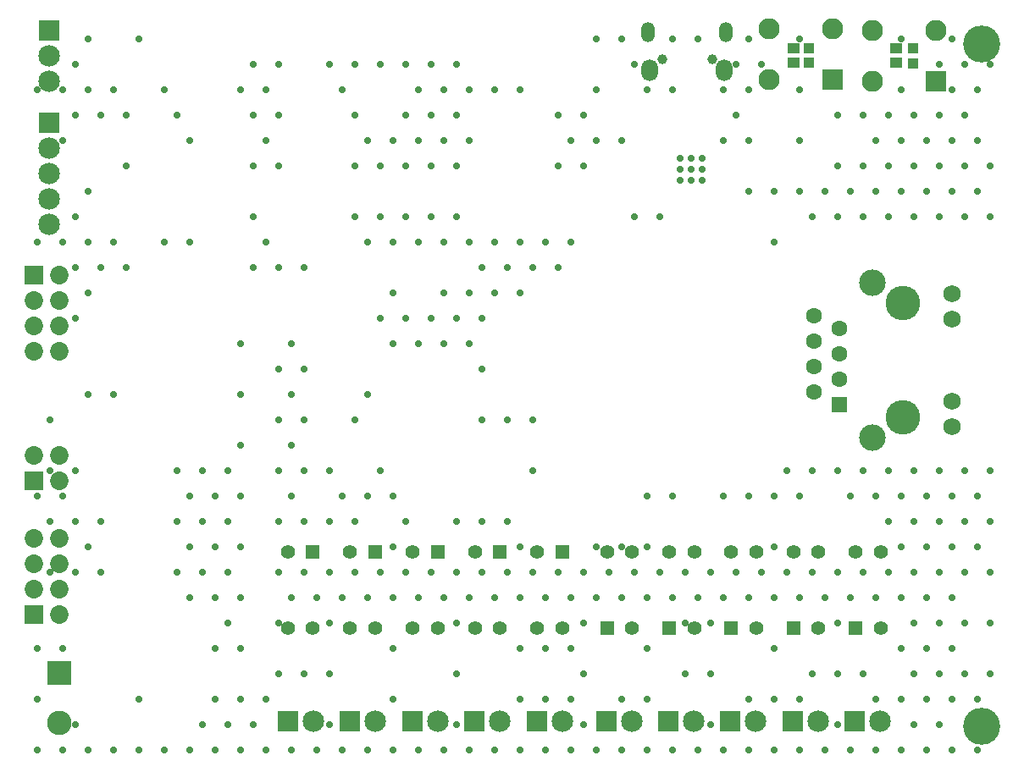
<source format=gbs>
G04*
G04 #@! TF.GenerationSoftware,Altium Limited,Altium Designer,22.11.1 (43)*
G04*
G04 Layer_Color=16711935*
%FSLAX44Y44*%
%MOMM*%
G71*
G04*
G04 #@! TF.SameCoordinates,F8BDC5C1-D14C-489C-B73B-B84716E4099B*
G04*
G04*
G04 #@! TF.FilePolarity,Negative*
G04*
G01*
G75*
%ADD56R,1.0032X1.0032*%
%ADD87R,1.1532X1.0032*%
%ADD91C,2.1532*%
%ADD92R,2.1532X2.1532*%
%ADD93C,1.4032*%
%ADD94R,1.4032X1.4032*%
%ADD95R,2.1532X2.1532*%
%ADD96C,3.7084*%
%ADD97R,2.1082X2.1082*%
%ADD98C,2.1082*%
%ADD99R,1.6012X1.6012*%
%ADD100C,1.6012*%
%ADD101C,1.7332*%
%ADD102C,3.4532*%
%ADD103C,2.6482*%
%ADD104R,2.4532X2.4532*%
%ADD105C,2.4532*%
%ADD106C,1.8532*%
%ADD107R,1.8532X1.8532*%
%ADD108O,1.6532X2.2032*%
%ADD109O,1.3532X2.0032*%
%ADD110C,1.0032*%
%ADD111C,0.7032*%
D56*
X1050290Y1220590D02*
D03*
Y1235590D02*
D03*
X1154430Y1220101D02*
D03*
Y1235101D02*
D03*
D87*
X1035050Y1235090D02*
D03*
Y1221090D02*
D03*
X1137920Y1235090D02*
D03*
Y1221090D02*
D03*
D91*
X290830Y1202690D02*
D03*
Y1228090D02*
D03*
Y1059180D02*
D03*
Y1084580D02*
D03*
Y1135380D02*
D03*
Y1109980D02*
D03*
X803910Y562610D02*
D03*
X741680D02*
D03*
X679450D02*
D03*
X617220D02*
D03*
X554990D02*
D03*
X1059498D02*
D03*
X997585D02*
D03*
X1121410D02*
D03*
X935673D02*
D03*
X873760D02*
D03*
D92*
X290830Y1253490D02*
D03*
Y1160780D02*
D03*
D93*
X591920Y655320D02*
D03*
X616920D02*
D03*
X591920Y731520D02*
D03*
X529590D02*
D03*
X554590Y655320D02*
D03*
X529590D02*
D03*
X1122280D02*
D03*
X1097280Y731520D02*
D03*
X1122280D02*
D03*
X1060150Y655320D02*
D03*
X1035150Y731520D02*
D03*
X1060150D02*
D03*
X998020Y655320D02*
D03*
X973020Y731520D02*
D03*
X998020D02*
D03*
X935890Y655320D02*
D03*
X910890Y731520D02*
D03*
X935890D02*
D03*
X873760Y655320D02*
D03*
X848760Y731520D02*
D03*
X873760D02*
D03*
X778910D02*
D03*
X803910Y655320D02*
D03*
X778910D02*
D03*
X716580Y731520D02*
D03*
X741580Y655320D02*
D03*
X716580D02*
D03*
X654250Y731520D02*
D03*
X679250Y655320D02*
D03*
X654250D02*
D03*
D94*
X616920Y731520D02*
D03*
X554590D02*
D03*
X1097280Y655320D02*
D03*
X1035150D02*
D03*
X973020D02*
D03*
X910890D02*
D03*
X848760D02*
D03*
X803910Y731520D02*
D03*
X741580D02*
D03*
X679250D02*
D03*
D95*
X778510Y562610D02*
D03*
X716280D02*
D03*
X654050D02*
D03*
X591820D02*
D03*
X529590D02*
D03*
X1034098D02*
D03*
X972185D02*
D03*
X1096010D02*
D03*
X910273D02*
D03*
X848360D02*
D03*
D96*
X1223010Y1239520D02*
D03*
Y557530D02*
D03*
D97*
X1177290Y1202690D02*
D03*
X1074420Y1203960D02*
D03*
D98*
X1113790Y1253490D02*
D03*
Y1202690D02*
D03*
X1177290Y1253490D02*
D03*
X1010920Y1254760D02*
D03*
Y1203960D02*
D03*
X1074420Y1254760D02*
D03*
D99*
X1080790Y878770D02*
D03*
D100*
X1055390Y891470D02*
D03*
X1080790Y904170D02*
D03*
X1055390Y916870D02*
D03*
X1080790Y929570D02*
D03*
X1055390Y942270D02*
D03*
X1080790Y954970D02*
D03*
X1055390Y967670D02*
D03*
D101*
X1193290Y857020D02*
D03*
Y882420D02*
D03*
Y989520D02*
D03*
Y964120D02*
D03*
D102*
X1144290Y980420D02*
D03*
Y866120D02*
D03*
D103*
X1113790Y1000720D02*
D03*
Y845820D02*
D03*
D104*
X300990Y610470D02*
D03*
D105*
Y560470D02*
D03*
D106*
X300990Y828040D02*
D03*
X275590D02*
D03*
X300990Y802640D02*
D03*
Y694690D02*
D03*
X275590D02*
D03*
X300990Y669290D02*
D03*
X275590Y720090D02*
D03*
Y745490D02*
D03*
X300990Y720090D02*
D03*
Y745490D02*
D03*
Y932180D02*
D03*
Y957580D02*
D03*
X275590Y932180D02*
D03*
Y957580D02*
D03*
X300990Y1008380D02*
D03*
X275590Y982980D02*
D03*
X300990D02*
D03*
D107*
X275590Y802640D02*
D03*
Y669290D02*
D03*
Y1008380D02*
D03*
D108*
X966048Y1213796D02*
D03*
X891548D02*
D03*
D109*
X967548Y1251796D02*
D03*
X890048D02*
D03*
D110*
X903798Y1224296D02*
D03*
X953798D02*
D03*
D111*
X1231900Y1219200D02*
D03*
X1219200Y1193800D02*
D03*
Y1143000D02*
D03*
X1231900Y1117600D02*
D03*
X1219200Y1092200D02*
D03*
X1231900Y1066800D02*
D03*
Y812800D02*
D03*
X1219200Y787400D02*
D03*
X1231900Y762000D02*
D03*
X1219200Y736600D02*
D03*
X1231900Y711200D02*
D03*
Y660400D02*
D03*
Y609600D02*
D03*
X1219200Y584200D02*
D03*
Y533400D02*
D03*
X1193800Y1244600D02*
D03*
X1206500Y1219200D02*
D03*
X1193800Y1193800D02*
D03*
X1206500Y1168400D02*
D03*
X1193800Y1143000D02*
D03*
X1206500Y1117600D02*
D03*
X1193800Y1092200D02*
D03*
X1206500Y1066800D02*
D03*
Y812800D02*
D03*
X1193800Y787400D02*
D03*
X1206500Y762000D02*
D03*
X1193800Y736600D02*
D03*
X1206500Y711200D02*
D03*
X1193800Y685800D02*
D03*
X1206500Y660400D02*
D03*
X1193800Y635000D02*
D03*
X1206500Y609600D02*
D03*
X1193800Y584200D02*
D03*
Y533400D02*
D03*
X1181100Y1219200D02*
D03*
Y1168400D02*
D03*
X1168400Y1143000D02*
D03*
X1181100Y1117600D02*
D03*
X1168400Y1092200D02*
D03*
X1181100Y1066800D02*
D03*
Y812800D02*
D03*
X1168400Y787400D02*
D03*
X1181100Y762000D02*
D03*
X1168400Y736600D02*
D03*
X1181100Y711200D02*
D03*
X1168400Y685800D02*
D03*
X1181100Y660400D02*
D03*
X1168400Y635000D02*
D03*
X1181100Y609600D02*
D03*
X1168400Y584200D02*
D03*
X1181100Y558800D02*
D03*
X1168400Y533400D02*
D03*
X1143000Y1244600D02*
D03*
Y1193800D02*
D03*
X1155700Y1168400D02*
D03*
X1143000Y1143000D02*
D03*
X1155700Y1117600D02*
D03*
X1143000Y1092200D02*
D03*
X1155700Y1066800D02*
D03*
Y812800D02*
D03*
X1143000Y787400D02*
D03*
X1155700Y762000D02*
D03*
X1143000Y736600D02*
D03*
X1155700Y711200D02*
D03*
X1143000Y685800D02*
D03*
X1155700Y660400D02*
D03*
X1143000Y635000D02*
D03*
X1155700Y609600D02*
D03*
X1143000Y584200D02*
D03*
X1155700Y558800D02*
D03*
X1143000Y533400D02*
D03*
X1130300Y1168400D02*
D03*
X1117600Y1143000D02*
D03*
X1130300Y1117600D02*
D03*
X1117600Y1092200D02*
D03*
X1130300Y1066800D02*
D03*
Y812800D02*
D03*
X1117600Y787400D02*
D03*
X1130300Y762000D02*
D03*
Y711200D02*
D03*
X1117600Y685800D02*
D03*
Y584200D02*
D03*
Y533400D02*
D03*
X1104900Y1168400D02*
D03*
Y1117600D02*
D03*
X1092200Y1092200D02*
D03*
X1104900Y1066800D02*
D03*
Y812800D02*
D03*
X1092200Y787400D02*
D03*
X1104900Y711200D02*
D03*
X1092200Y685800D02*
D03*
X1104900Y609600D02*
D03*
X1092200Y533400D02*
D03*
X1079500Y1168400D02*
D03*
Y1117600D02*
D03*
X1066800Y1092200D02*
D03*
X1079500Y1066800D02*
D03*
Y812800D02*
D03*
Y711200D02*
D03*
X1066800Y685800D02*
D03*
X1079500Y660400D02*
D03*
Y609600D02*
D03*
Y558800D02*
D03*
X1066800Y533400D02*
D03*
X1041400Y1244600D02*
D03*
Y1193800D02*
D03*
Y1143000D02*
D03*
Y1092200D02*
D03*
X1054100Y1066800D02*
D03*
Y812800D02*
D03*
X1041400Y787400D02*
D03*
X1054100Y711200D02*
D03*
X1041400Y685800D02*
D03*
X1054100Y609600D02*
D03*
X1041400Y584200D02*
D03*
Y533400D02*
D03*
X1016000Y1092200D02*
D03*
Y1041400D02*
D03*
X1028700Y812800D02*
D03*
X1016000Y787400D02*
D03*
Y736600D02*
D03*
X1028700Y711200D02*
D03*
X1016000Y685800D02*
D03*
Y635000D02*
D03*
Y584200D02*
D03*
Y533400D02*
D03*
X990600Y1244600D02*
D03*
X1003300Y1219200D02*
D03*
X990600Y1193800D02*
D03*
Y1143000D02*
D03*
Y1092200D02*
D03*
Y787400D02*
D03*
X1003300Y711200D02*
D03*
X990600Y685800D02*
D03*
Y584200D02*
D03*
Y533400D02*
D03*
X977900Y1219200D02*
D03*
X965200Y1193800D02*
D03*
X977900Y1168400D02*
D03*
X965200Y1143000D02*
D03*
Y787400D02*
D03*
X977900Y711200D02*
D03*
X965200Y685800D02*
D03*
Y533400D02*
D03*
X939800Y1244600D02*
D03*
X952500Y711200D02*
D03*
X939800Y685800D02*
D03*
X952500Y660400D02*
D03*
Y609600D02*
D03*
Y558800D02*
D03*
X939800Y533400D02*
D03*
X914400Y1244600D02*
D03*
Y1193800D02*
D03*
Y787400D02*
D03*
X927100Y711200D02*
D03*
X914400Y685800D02*
D03*
X927100Y660400D02*
D03*
Y609600D02*
D03*
X914400Y533400D02*
D03*
X889000Y1193800D02*
D03*
X901700Y1066800D02*
D03*
X889000Y787400D02*
D03*
Y736600D02*
D03*
X901700Y711200D02*
D03*
X889000Y685800D02*
D03*
Y635000D02*
D03*
Y584200D02*
D03*
Y533400D02*
D03*
X863600Y1244600D02*
D03*
X876300Y1219200D02*
D03*
X863600Y1143000D02*
D03*
X876300Y1066800D02*
D03*
X863600Y736600D02*
D03*
X876300Y711200D02*
D03*
X863600Y685800D02*
D03*
Y584200D02*
D03*
Y533400D02*
D03*
X838200Y1244600D02*
D03*
Y1193800D02*
D03*
Y1143000D02*
D03*
Y736600D02*
D03*
X850900Y711200D02*
D03*
X838200Y685800D02*
D03*
Y533400D02*
D03*
X825500Y1168400D02*
D03*
X812800Y1143000D02*
D03*
X825500Y1117600D02*
D03*
X812800Y1041400D02*
D03*
X825500Y711200D02*
D03*
X812800Y685800D02*
D03*
X825500Y660400D02*
D03*
X812800Y635000D02*
D03*
X825500Y609600D02*
D03*
X812800Y584200D02*
D03*
X825500Y558800D02*
D03*
X812800Y533400D02*
D03*
X800100Y1168400D02*
D03*
Y1117600D02*
D03*
X787400Y1041400D02*
D03*
X800100Y1016000D02*
D03*
Y711200D02*
D03*
X787400Y685800D02*
D03*
Y635000D02*
D03*
Y584200D02*
D03*
Y533400D02*
D03*
X762000Y1193800D02*
D03*
Y1041400D02*
D03*
X774700Y1016000D02*
D03*
X762000Y990600D02*
D03*
X774700Y863600D02*
D03*
Y812800D02*
D03*
X762000Y736600D02*
D03*
X774700Y711200D02*
D03*
X762000Y685800D02*
D03*
Y635000D02*
D03*
Y584200D02*
D03*
Y533400D02*
D03*
X736600Y1193800D02*
D03*
Y1041400D02*
D03*
X749300Y1016000D02*
D03*
X736600Y990600D02*
D03*
X749300Y863600D02*
D03*
Y762000D02*
D03*
Y711200D02*
D03*
X736600Y685800D02*
D03*
Y533400D02*
D03*
X711200Y1193800D02*
D03*
Y1143000D02*
D03*
Y1041400D02*
D03*
X723900Y1016000D02*
D03*
X711200Y990600D02*
D03*
X723900Y965200D02*
D03*
X711200Y939800D02*
D03*
X723900Y914400D02*
D03*
Y863600D02*
D03*
Y762000D02*
D03*
Y711200D02*
D03*
X711200Y685800D02*
D03*
Y533400D02*
D03*
X698500Y1219200D02*
D03*
X685800Y1193800D02*
D03*
X698500Y1168400D02*
D03*
X685800Y1143000D02*
D03*
X698500Y1117600D02*
D03*
Y1066800D02*
D03*
X685800Y1041400D02*
D03*
Y990600D02*
D03*
X698500Y965200D02*
D03*
X685800Y939800D02*
D03*
X698500Y762000D02*
D03*
Y711200D02*
D03*
X685800Y685800D02*
D03*
X698500Y660400D02*
D03*
Y609600D02*
D03*
Y558800D02*
D03*
X685800Y533400D02*
D03*
X673100Y1219200D02*
D03*
X660400Y1193800D02*
D03*
X673100Y1168400D02*
D03*
X660400Y1143000D02*
D03*
X673100Y1117600D02*
D03*
Y1066800D02*
D03*
X660400Y1041400D02*
D03*
X673100Y965200D02*
D03*
X660400Y939800D02*
D03*
X673100Y711200D02*
D03*
X660400Y685800D02*
D03*
Y533400D02*
D03*
X647700Y1219200D02*
D03*
Y1168400D02*
D03*
X635000Y1143000D02*
D03*
X647700Y1117600D02*
D03*
Y1066800D02*
D03*
X635000Y1041400D02*
D03*
Y990600D02*
D03*
X647700Y965200D02*
D03*
X635000Y939800D02*
D03*
Y787400D02*
D03*
X647700Y762000D02*
D03*
X635000Y736600D02*
D03*
X647700Y711200D02*
D03*
X635000Y685800D02*
D03*
Y635000D02*
D03*
Y584200D02*
D03*
Y533400D02*
D03*
X622300Y1219200D02*
D03*
X609600Y1143000D02*
D03*
X622300Y1117600D02*
D03*
Y1066800D02*
D03*
X609600Y1041400D02*
D03*
X622300Y965200D02*
D03*
X609600Y889000D02*
D03*
X622300Y812800D02*
D03*
X609600Y787400D02*
D03*
X622300Y711200D02*
D03*
X609600Y685800D02*
D03*
Y533400D02*
D03*
X596900Y1219200D02*
D03*
X584200Y1193800D02*
D03*
X596900Y1168400D02*
D03*
Y1117600D02*
D03*
Y1066800D02*
D03*
Y863600D02*
D03*
X584200Y787400D02*
D03*
X596900Y762000D02*
D03*
Y711200D02*
D03*
X584200Y685800D02*
D03*
Y533400D02*
D03*
X571500Y1219200D02*
D03*
Y812800D02*
D03*
Y762000D02*
D03*
Y711200D02*
D03*
X558800Y685800D02*
D03*
X571500Y660400D02*
D03*
Y609600D02*
D03*
Y558800D02*
D03*
X558800Y533400D02*
D03*
X546100Y1016000D02*
D03*
X533400Y939800D02*
D03*
X546100Y914400D02*
D03*
X533400Y889000D02*
D03*
X546100Y863600D02*
D03*
X533400Y838200D02*
D03*
X546100Y812800D02*
D03*
X533400Y787400D02*
D03*
X546100Y762000D02*
D03*
Y711200D02*
D03*
X533400Y685800D02*
D03*
X546100Y609600D02*
D03*
X533400Y533400D02*
D03*
X520700Y1219200D02*
D03*
X508000Y1193800D02*
D03*
X520700Y1168400D02*
D03*
X508000Y1143000D02*
D03*
X520700Y1117600D02*
D03*
X508000Y1041400D02*
D03*
X520700Y1016000D02*
D03*
Y914400D02*
D03*
Y863600D02*
D03*
Y812800D02*
D03*
Y762000D02*
D03*
Y711200D02*
D03*
Y660400D02*
D03*
Y609600D02*
D03*
X508000Y584200D02*
D03*
Y533400D02*
D03*
X495300Y1219200D02*
D03*
X482600Y1193800D02*
D03*
X495300Y1168400D02*
D03*
Y1117600D02*
D03*
Y1066800D02*
D03*
Y1016000D02*
D03*
X482600Y939800D02*
D03*
Y889000D02*
D03*
Y838200D02*
D03*
Y787400D02*
D03*
Y736600D02*
D03*
Y685800D02*
D03*
Y635000D02*
D03*
Y584200D02*
D03*
X495300Y558800D02*
D03*
X482600Y533400D02*
D03*
X469900Y812800D02*
D03*
X457200Y787400D02*
D03*
X469900Y762000D02*
D03*
X457200Y736600D02*
D03*
X469900Y711200D02*
D03*
X457200Y685800D02*
D03*
X469900Y660400D02*
D03*
X457200Y635000D02*
D03*
Y584200D02*
D03*
X469900Y558800D02*
D03*
X457200Y533400D02*
D03*
X431800Y1143000D02*
D03*
Y1041400D02*
D03*
X444500Y812800D02*
D03*
X431800Y787400D02*
D03*
X444500Y762000D02*
D03*
X431800Y736600D02*
D03*
X444500Y711200D02*
D03*
X431800Y685800D02*
D03*
X444500Y558800D02*
D03*
X431800Y533400D02*
D03*
X406400Y1193800D02*
D03*
X419100Y1168400D02*
D03*
X406400Y1041400D02*
D03*
X419100Y812800D02*
D03*
Y762000D02*
D03*
Y711200D02*
D03*
X406400Y533400D02*
D03*
X381000Y1244600D02*
D03*
Y584200D02*
D03*
Y533400D02*
D03*
X355600Y1193800D02*
D03*
X368300Y1168400D02*
D03*
Y1117600D02*
D03*
X355600Y1041400D02*
D03*
X368300Y1016000D02*
D03*
X355600Y889000D02*
D03*
Y533400D02*
D03*
X330200Y1244600D02*
D03*
Y1193800D02*
D03*
X342900Y1168400D02*
D03*
X330200Y1092200D02*
D03*
Y1041400D02*
D03*
X342900Y1016000D02*
D03*
X330200Y990600D02*
D03*
Y889000D02*
D03*
X342900Y762000D02*
D03*
X330200Y736600D02*
D03*
X342900Y711200D02*
D03*
X330200Y533400D02*
D03*
X317500Y1219200D02*
D03*
X304800Y1193800D02*
D03*
X317500Y1168400D02*
D03*
X304800Y1143000D02*
D03*
X317500Y1066800D02*
D03*
X304800Y1041400D02*
D03*
X317500Y1016000D02*
D03*
Y965200D02*
D03*
Y812800D02*
D03*
X304800Y787400D02*
D03*
X317500Y762000D02*
D03*
Y711200D02*
D03*
X304800Y635000D02*
D03*
X317500Y558800D02*
D03*
X304800Y533400D02*
D03*
X279400Y1193800D02*
D03*
Y1041400D02*
D03*
X292100Y863600D02*
D03*
Y812800D02*
D03*
X279400Y787400D02*
D03*
X292100Y762000D02*
D03*
Y711200D02*
D03*
X279400Y635000D02*
D03*
Y584200D02*
D03*
Y533400D02*
D03*
X932688Y1114526D02*
D03*
Y1125526D02*
D03*
Y1103526D02*
D03*
X921688Y1114526D02*
D03*
Y1125526D02*
D03*
X943688Y1114526D02*
D03*
Y1125526D02*
D03*
X921688Y1103526D02*
D03*
X943688D02*
D03*
M02*

</source>
